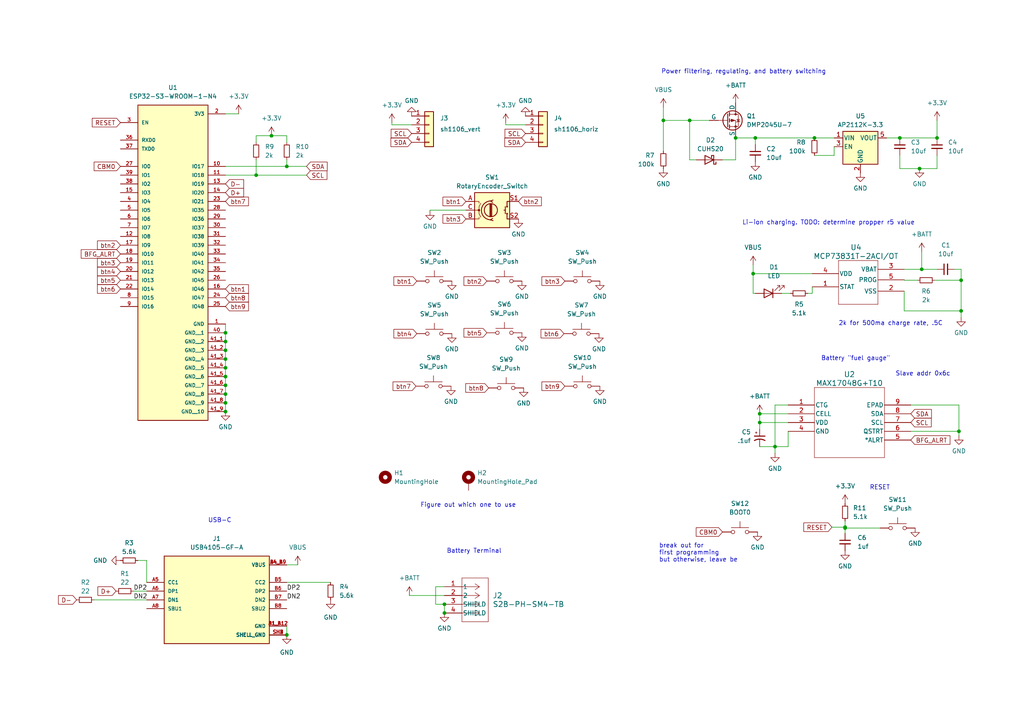
<source format=kicad_sch>
(kicad_sch (version 20230121) (generator eeschema)
  (paper "A4")
  (lib_symbols
    (symbol "Connector_Generic:Conn_01x04" (pin_names (offset 1.016) hide)
      (property "Reference" "J" (at 0 5.08 0))
      (property "Value" "Conn_01x04" (at 0 -7.62 0))
      (symbol "Conn_01x04_1_1"
        (rectangle (start -1.27 -4.953) (end 0 -5.207) (stroke (width 0.1524)))
        (rectangle (start -1.27 -2.413) (end 0 -2.667) (stroke (width 0.1524)))
        (rectangle (start -1.27 0.127) (end 0 -0.127) (stroke (width 0.1524)))
        (rectangle (start -1.27 2.667) (end 0 2.413) (stroke (width 0.1524)))
        (rectangle (start -1.27 3.81) (end 1.27 -6.35) (stroke (width 0.254)) (fill (type background)))
        (pin passive line (at -5.08 2.54 0) (length 3.81) (name "Pin_1") (number "1"))
        (pin passive line (at -5.08 0 0) (length 3.81) (name "Pin_2") (number "2"))
        (pin passive line (at -5.08 -2.54 0) (length 3.81) (name "Pin_3") (number "3"))
        (pin passive line (at -5.08 -5.08 0) (length 3.81) (name "Pin_4") (number "4"))
      )
    )
    (symbol "Device:C_Polarized_Small_US" (pin_numbers hide) (pin_names (offset 0.254) hide)
      (property "Reference" "C" (at 0.254 1.778 0))
      (property "Value" "C_Polarized_Small_US" (at 0.254 -2.032 0))
      (symbol "C_Polarized_Small_US_0_1"
        (polyline (pts (xy -1.524 0.508) (xy 1.524 0.508)) (stroke (width 0.3048)))
        (polyline (pts (xy -1.27 1.524) (xy -0.762 1.524)))
        (polyline (pts (xy -1.016 1.27) (xy -1.016 1.778)))
        (arc (start 1.524 -0.762) (mid 0 -0.3734) (end -1.524 -0.762) (stroke (width 0.3048)))
      )
      (symbol "C_Polarized_Small_US_1_1"
        (pin passive line (at 0 2.54 270) (length 2.032) (name "~") (number "1"))
        (pin passive line (at 0 -2.54 90) (length 2.032) (name "~") (number "2"))
      )
    )
    (symbol "Device:C_Small" (pin_numbers hide) (pin_names (offset 0.254) hide)
      (property "Reference" "C" (at 0.254 1.778 0))
      (property "Value" "C_Small" (at 0.254 -2.032 0))
      (symbol "C_Small_0_1"
        (polyline (pts (xy -1.524 -0.508) (xy 1.524 -0.508)) (stroke (width 0.3302)))
        (polyline (pts (xy -1.524 0.508) (xy 1.524 0.508)) (stroke (width 0.3048)))
      )
      (symbol "C_Small_1_1"
        (pin passive line (at 0 2.54 270) (length 2.032) (name "~") (number "1"))
        (pin passive line (at 0 -2.54 90) (length 2.032) (name "~") (number "2"))
      )
    )
    (symbol "Device:D_Schottky" (pin_numbers hide) (pin_names (offset 1.016) hide)
      (property "Reference" "D" (at 0 2.54 0))
      (property "Value" "D_Schottky" (at 0 -2.54 0))
      (symbol "D_Schottky_0_1"
        (polyline (pts (xy 1.27 0) (xy -1.27 0)))
        (polyline (pts (xy 1.27 1.27) (xy 1.27 -1.27) (xy -1.27 0) (xy 1.27 1.27)) (stroke (width 0.254)))
        (polyline (pts (xy -1.905 0.635) (xy -1.905 1.27) (xy -1.27 1.27) (xy -1.27 -1.27) (xy -0.635 -1.27) (xy -0.635 -0.635)) (stroke (width 0.254)))
      )
      (symbol "D_Schottky_1_1"
        (pin passive line (at -3.81 0 0) (length 2.54) (name "K") (number "1"))
        (pin passive line (at 3.81 0 180) (length 2.54) (name "A") (number "2"))
      )
    )
    (symbol "Device:LED" (pin_numbers hide) (pin_names (offset 1.016) hide)
      (property "Reference" "D" (at 0 2.54 0))
      (property "Value" "LED" (at 0 -2.54 0))
      (symbol "LED_0_1"
        (polyline (pts (xy -1.27 -1.27) (xy -1.27 1.27)) (stroke (width 0.254)))
        (polyline (pts (xy -1.27 0) (xy 1.27 0)))
        (polyline (pts (xy 1.27 -1.27) (xy 1.27 1.27) (xy -1.27 0) (xy 1.27 -1.27)) (stroke (width 0.254)))
        (polyline (pts (xy -3.048 -0.762) (xy -4.572 -2.286) (xy -3.81 -2.286) (xy -4.572 -2.286) (xy -4.572 -1.524)))
        (polyline (pts (xy -1.778 -0.762) (xy -3.302 -2.286) (xy -2.54 -2.286) (xy -3.302 -2.286) (xy -3.302 -1.524)))
      )
      (symbol "LED_1_1"
        (pin passive line (at -3.81 0 0) (length 2.54) (name "K") (number "1"))
        (pin passive line (at 3.81 0 180) (length 2.54) (name "A") (number "2"))
      )
    )
    (symbol "Device:R_Small" (pin_numbers hide) (pin_names (offset 0.254) hide)
      (property "Reference" "R" (at 0.762 0.508 0))
      (property "Value" "R_Small" (at 0.762 -1.016 0))
      (symbol "R_Small_0_1"
        (rectangle (start -0.762 1.778) (end 0.762 -1.778) (stroke (width 0.2032)))
      )
      (symbol "R_Small_1_1"
        (pin passive line (at 0 2.54 270) (length 0.762) (name "~") (number "1"))
        (pin passive line (at 0 -2.54 90) (length 0.762) (name "~") (number "2"))
      )
    )
    (symbol "Device:RotaryEncoder_Switch" (pin_names (offset 0.254) hide)
      (property "Reference" "SW" (at 0 6.604 0))
      (property "Value" "RotaryEncoder_Switch" (at 0 -6.604 0))
      (symbol "RotaryEncoder_Switch_0_1"
        (rectangle (start -5.08 5.08) (end 5.08 -5.08) (stroke (width 0.254)) (fill (type background)))
        (circle (center -3.81 0) (radius 0.254) (fill (type outline)))
        (circle (center -0.381 0) (radius 1.905) (stroke (width 0.254)))
        (arc (start -0.381 2.667) (mid -3.0988 -0.0635) (end -0.381 -2.794) (stroke (width 0.254)))
        (polyline (pts (xy -0.635 -1.778) (xy -0.635 1.778)) (stroke (width 0.254)))
        (polyline (pts (xy -0.381 -1.778) (xy -0.381 1.778)) (stroke (width 0.254)))
        (polyline (pts (xy -0.127 1.778) (xy -0.127 -1.778)) (stroke (width 0.254)))
        (polyline (pts (xy 3.81 0) (xy 3.429 0)) (stroke (width 0.254)))
        (polyline (pts (xy 3.81 1.016) (xy 3.81 -1.016)) (stroke (width 0.254)))
        (polyline (pts (xy -5.08 -2.54) (xy -3.81 -2.54) (xy -3.81 -2.032)))
        (polyline (pts (xy -5.08 2.54) (xy -3.81 2.54) (xy -3.81 2.032)))
        (polyline (pts (xy 0.254 -3.048) (xy -0.508 -2.794) (xy 0.127 -2.413)) (stroke (width 0.254)))
        (polyline (pts (xy 0.254 2.921) (xy -0.508 2.667) (xy 0.127 2.286)) (stroke (width 0.254)))
        (polyline (pts (xy 5.08 -2.54) (xy 4.318 -2.54) (xy 4.318 -1.016)) (stroke (width 0.254)))
        (polyline (pts (xy 5.08 2.54) (xy 4.318 2.54) (xy 4.318 1.016)) (stroke (width 0.254)))
        (polyline (pts (xy -5.08 0) (xy -3.81 0) (xy -3.81 -1.016) (xy -3.302 -2.032)))
        (polyline (pts (xy -4.318 0) (xy -3.81 0) (xy -3.81 1.016) (xy -3.302 2.032)))
        (circle (center 4.318 -1.016) (radius 0.127) (stroke (width 0.254)))
        (circle (center 4.318 1.016) (radius 0.127) (stroke (width 0.254)))
      )
      (symbol "RotaryEncoder_Switch_1_1"
        (pin passive line (at -7.62 2.54 0) (length 2.54) (name "A") (number "A"))
        (pin passive line (at -7.62 -2.54 0) (length 2.54) (name "B") (number "B"))
        (pin passive line (at -7.62 0 0) (length 2.54) (name "C") (number "C"))
        (pin passive line (at 7.62 2.54 180) (length 2.54) (name "S1") (number "S1"))
        (pin passive line (at 7.62 -2.54 180) (length 2.54) (name "S2") (number "S2"))
      )
    )
    (symbol "ESP32-S3-WROOM-1-N4:ESP32-S3-WROOM-1-N4" (pin_names (offset 1.016))
      (property "Reference" "U" (at -10.16 34.1122 0))
      (property "Value" "ESP32-S3-WROOM-1-N4" (at -10.16 -60.96 0))
      (symbol "ESP32-S3-WROOM-1-N4_0_0"
        (rectangle (start -10.16 -58.42) (end 10.16 33.02) (stroke (width 0.254)) (fill (type background)))
        (pin power_in line (at 15.24 -30.48 180) (length 5.08) (name "GND") (number "1"))
        (pin bidirectional line (at 15.24 15.24 180) (length 5.08) (name "IO17") (number "10"))
        (pin bidirectional line (at 15.24 12.7 180) (length 5.08) (name "IO18") (number "11"))
        (pin bidirectional line (at -15.24 -5.08 0) (length 5.08) (name "IO8") (number "12"))
        (pin bidirectional line (at 15.24 10.16 180) (length 5.08) (name "IO19") (number "13"))
        (pin bidirectional line (at 15.24 7.62 180) (length 5.08) (name "IO20") (number "14"))
        (pin bidirectional line (at -15.24 7.62 0) (length 5.08) (name "IO3") (number "15"))
        (pin bidirectional line (at 15.24 -20.32 180) (length 5.08) (name "IO46") (number "16"))
        (pin bidirectional line (at -15.24 -7.62 0) (length 5.08) (name "IO9") (number "17"))
        (pin bidirectional line (at -15.24 -10.16 0) (length 5.08) (name "IO10") (number "18"))
        (pin bidirectional line (at -15.24 -12.7 0) (length 5.08) (name "IO11") (number "19"))
        (pin power_in line (at 15.24 30.48 180) (length 5.08) (name "3V3") (number "2"))
        (pin bidirectional line (at -15.24 -15.24 0) (length 5.08) (name "IO12") (number "20"))
        (pin bidirectional line (at -15.24 -17.78 0) (length 5.08) (name "IO13") (number "21"))
        (pin bidirectional line (at -15.24 -20.32 0) (length 5.08) (name "IO14") (number "22"))
        (pin bidirectional line (at 15.24 5.08 180) (length 5.08) (name "IO21") (number "23"))
        (pin bidirectional line (at 15.24 -22.86 180) (length 5.08) (name "IO47") (number "24"))
        (pin bidirectional line (at 15.24 -25.4 180) (length 5.08) (name "IO48") (number "25"))
        (pin bidirectional line (at 15.24 -17.78 180) (length 5.08) (name "IO45") (number "26"))
        (pin bidirectional line (at -15.24 15.24 0) (length 5.08) (name "IO0") (number "27"))
        (pin bidirectional line (at 15.24 2.54 180) (length 5.08) (name "IO35") (number "28"))
        (pin bidirectional line (at 15.24 0 180) (length 5.08) (name "IO36") (number "29"))
        (pin input line (at -15.24 27.94 0) (length 5.08) (name "EN") (number "3"))
        (pin bidirectional line (at 15.24 -2.54 180) (length 5.08) (name "IO37") (number "30"))
        (pin bidirectional line (at 15.24 -5.08 180) (length 5.08) (name "IO38") (number "31"))
        (pin bidirectional line (at 15.24 -7.62 180) (length 5.08) (name "IO39") (number "32"))
        (pin bidirectional line (at 15.24 -10.16 180) (length 5.08) (name "IO40") (number "33"))
        (pin bidirectional line (at 15.24 -12.7 180) (length 5.08) (name "IO41") (number "34"))
        (pin bidirectional line (at 15.24 -15.24 180) (length 5.08) (name "IO42") (number "35"))
        (pin bidirectional line (at -15.24 22.86 0) (length 5.08) (name "RXD0") (number "36"))
        (pin bidirectional line (at -15.24 20.32 0) (length 5.08) (name "TXD0") (number "37"))
        (pin bidirectional line (at -15.24 10.16 0) (length 5.08) (name "IO2") (number "38"))
        (pin bidirectional line (at -15.24 12.7 0) (length 5.08) (name "IO1") (number "39"))
        (pin bidirectional line (at -15.24 5.08 0) (length 5.08) (name "IO4") (number "4"))
        (pin power_in line (at 15.24 -33.02 180) (length 5.08) (name "GND__1") (number "40"))
        (pin power_in line (at 15.24 -35.56 180) (length 5.08) (name "GND__2") (number "41_1"))
        (pin power_in line (at 15.24 -38.1 180) (length 5.08) (name "GND__3") (number "41_2"))
        (pin power_in line (at 15.24 -40.64 180) (length 5.08) (name "GND__4") (number "41_3"))
        (pin power_in line (at 15.24 -43.18 180) (length 5.08) (name "GND__5") (number "41_4"))
        (pin power_in line (at 15.24 -45.72 180) (length 5.08) (name "GND__6") (number "41_5"))
        (pin power_in line (at 15.24 -48.26 180) (length 5.08) (name "GND__7") (number "41_6"))
        (pin power_in line (at 15.24 -50.8 180) (length 5.08) (name "GND__8") (number "41_7"))
        (pin power_in line (at 15.24 -53.34 180) (length 5.08) (name "GND__9") (number "41_8"))
        (pin power_in line (at 15.24 -55.88 180) (length 5.08) (name "GND__10") (number "41_9"))
        (pin bidirectional line (at -15.24 2.54 0) (length 5.08) (name "IO5") (number "5"))
        (pin bidirectional line (at -15.24 0 0) (length 5.08) (name "IO6") (number "6"))
        (pin bidirectional line (at -15.24 -2.54 0) (length 5.08) (name "IO7") (number "7"))
        (pin bidirectional line (at -15.24 -22.86 0) (length 5.08) (name "IO15") (number "8"))
        (pin bidirectional line (at -15.24 -25.4 0) (length 5.08) (name "IO16") (number "9"))
      )
    )
    (symbol "JST-header:S2B-PH-SM4-TB" (pin_names (offset 0.254))
      (property "Reference" "J" (at 8.89 6.35 0))
      (property "Value" "S2B-PH-SM4-TB" (at 0 0 0))
      (symbol "S2B-PH-SM4-TB_1_1"
        (polyline (pts (xy 5.08 -10.16) (xy 12.7 -10.16)) (stroke (width 0.127)))
        (polyline (pts (xy 5.08 2.54) (xy 5.08 -10.16)) (stroke (width 0.127)))
        (polyline (pts (xy 10.16 -7.62) (xy 5.08 -7.62)) (stroke (width 0.127)))
        (polyline (pts (xy 10.16 -7.62) (xy 8.89 -8.4667)) (stroke (width 0.127)))
        (polyline (pts (xy 10.16 -7.62) (xy 8.89 -6.7733)) (stroke (width 0.127)))
        (polyline (pts (xy 10.16 -5.08) (xy 5.08 -5.08)) (stroke (width 0.127)))
        (polyline (pts (xy 10.16 -5.08) (xy 8.89 -5.9267)) (stroke (width 0.127)))
        (polyline (pts (xy 10.16 -5.08) (xy 8.89 -4.2333)) (stroke (width 0.127)))
        (polyline (pts (xy 10.16 -2.54) (xy 5.08 -2.54)) (stroke (width 0.127)))
        (polyline (pts (xy 10.16 -2.54) (xy 8.89 -3.3867)) (stroke (width 0.127)))
        (polyline (pts (xy 10.16 -2.54) (xy 8.89 -1.6933)) (stroke (width 0.127)))
        (polyline (pts (xy 10.16 0) (xy 5.08 0)) (stroke (width 0.127)))
        (polyline (pts (xy 10.16 0) (xy 8.89 -0.8467)) (stroke (width 0.127)))
        (polyline (pts (xy 10.16 0) (xy 8.89 0.8467)) (stroke (width 0.127)))
        (polyline (pts (xy 12.7 -10.16) (xy 12.7 2.54)) (stroke (width 0.127)))
        (polyline (pts (xy 12.7 2.54) (xy 5.08 2.54)) (stroke (width 0.127)))
        (pin unspecified line (at 0 0 0) (length 5.08) (name "1") (number "1"))
        (pin unspecified line (at 0 -2.54 0) (length 5.08) (name "2") (number "2"))
        (pin unspecified line (at 0 -5.08 0) (length 5.08) (name "SHIELD") (number "3"))
        (pin unspecified line (at 0 -7.62 0) (length 5.08) (name "SHIELD") (number "4"))
      )
      (symbol "S2B-PH-SM4-TB_1_2"
        (polyline (pts (xy 5.08 -10.16) (xy 12.7 -10.16)) (stroke (width 0.127)))
        (polyline (pts (xy 5.08 2.54) (xy 5.08 -10.16)) (stroke (width 0.127)))
        (polyline (pts (xy 7.62 -7.62) (xy 5.08 -7.62)) (stroke (width 0.127)))
        (polyline (pts (xy 7.62 -7.62) (xy 8.89 -8.4667)) (stroke (width 0.127)))
        (polyline (pts (xy 7.62 -7.62) (xy 8.89 -6.7733)) (stroke (width 0.127)))
        (polyline (pts (xy 7.62 -5.08) (xy 5.08 -5.08)) (stroke (width 0.127)))
        (polyline (pts (xy 7.62 -5.08) (xy 8.89 -5.9267)) (stroke (width 0.127)))
        (polyline (pts (xy 7.62 -5.08) (xy 8.89 -4.2333)) (stroke (width 0.127)))
        (polyline (pts (xy 7.62 -2.54) (xy 5.08 -2.54)) (stroke (width 0.127)))
        (polyline (pts (xy 7.62 -2.54) (xy 8.89 -3.3867)) (stroke (width 0.127)))
        (polyline (pts (xy 7.62 -2.54) (xy 8.89 -1.6933)) (stroke (width 0.127)))
        (polyline (pts (xy 7.62 0) (xy 5.08 0)) (stroke (width 0.127)))
        (polyline (pts (xy 7.62 0) (xy 8.89 -0.8467)) (stroke (width 0.127)))
        (polyline (pts (xy 7.62 0) (xy 8.89 0.8467)) (stroke (width 0.127)))
        (polyline (pts (xy 12.7 -10.16) (xy 12.7 2.54)) (stroke (width 0.127)))
        (polyline (pts (xy 12.7 2.54) (xy 5.08 2.54)) (stroke (width 0.127)))
        (pin unspecified line (at 0 0 0) (length 5.08) (name "1") (number "1"))
        (pin unspecified line (at 0 -2.54 0) (length 5.08) (name "2") (number "2"))
        (pin unspecified line (at 0 -5.08 0) (length 5.08) (name "SHIELD") (number "3"))
        (pin unspecified line (at 0 -7.62 0) (length 5.08) (name "SHIELD") (number "4"))
      )
    )
    (symbol "MCP7381:MCP73831T-2ACI_OT" (pin_names (offset 0.254))
      (property "Reference" "U4" (at 46.99 8.89 0))
      (property "Value" "MCP73831T-2ACI/OT" (at 46.99 6.35 0))
      (symbol "MCP73831T-2ACI_OT_1_1"
        (polyline (pts (xy 41.91 -7.62) (xy 53.34 -7.62)) (stroke (width 0.127)))
        (polyline (pts (xy 41.91 5.08) (xy 41.91 -7.62)) (stroke (width 0.127)))
        (polyline (pts (xy 53.34 -7.62) (xy 53.34 5.08)) (stroke (width 0.127)))
        (polyline (pts (xy 53.34 5.08) (xy 41.91 5.08)) (stroke (width 0.127)))
        (pin unspecified line (at 34.29 -2.54 0) (length 7.62) (name "STAT") (number "1"))
        (pin unspecified line (at 60.96 -3.81 180) (length 7.62) (name "VSS") (number "2"))
        (pin unspecified line (at 60.96 2.54 180) (length 7.62) (name "VBAT") (number "3"))
        (pin unspecified line (at 34.29 1.27 0) (length 7.62) (name "VDD") (number "4"))
        (pin unspecified line (at 60.96 -0.508 180) (length 7.62) (name "PROG") (number "5"))
      )
    )
    (symbol "Mechanical:MountingHole" (pin_names (offset 1.016))
      (property "Reference" "H" (at 0 5.08 0))
      (property "Value" "MountingHole" (at 0 3.175 0))
      (symbol "MountingHole_0_1"
        (circle (center 0 0) (radius 1.27) (stroke (width 1.27)))
      )
    )
    (symbol "Mechanical:MountingHole_Pad" (pin_numbers hide) (pin_names (offset 1.016) hide)
      (property "Reference" "H" (at 0 6.35 0))
      (property "Value" "MountingHole_Pad" (at 0 4.445 0))
      (symbol "MountingHole_Pad_0_1"
        (circle (center 0 1.27) (radius 1.27) (stroke (width 1.27)))
      )
      (symbol "MountingHole_Pad_1_1"
        (pin input line (at 0 -2.54 90) (length 2.54) (name "1") (number "1"))
      )
    )
    (symbol "Regulator_Linear:AP2112K-3.3" (pin_names (offset 0.254))
      (property "Reference" "U" (at -5.08 5.715 0))
      (property "Value" "AP2112K-3.3" (at 0 5.715 0))
      (symbol "AP2112K-3.3_0_1"
        (rectangle (start -5.08 4.445) (end 5.08 -5.08) (stroke (width 0.254)) (fill (type background)))
      )
      (symbol "AP2112K-3.3_1_1"
        (pin power_in line (at -7.62 2.54 0) (length 2.54) (name "VIN") (number "1"))
        (pin power_in line (at 0 -7.62 90) (length 2.54) (name "GND") (number "2"))
        (pin input line (at -7.62 0 0) (length 2.54) (name "EN") (number "3"))
        (pin no_connect line (at 5.08 0 180) (length 2.54) hide (name "NC") (number "4"))
        (pin power_out line (at 7.62 2.54 180) (length 2.54) (name "VOUT") (number "5"))
      )
    )
    (symbol "Simulation_SPICE:PMOS" (pin_numbers hide) (pin_names (offset 0))
      (property "Reference" "Q" (at 5.08 1.27 0))
      (property "Value" "PMOS" (at 5.08 -1.27 0))
      (symbol "PMOS_0_1"
        (polyline (pts (xy 0.254 0) (xy -2.54 0)))
        (polyline (pts (xy 0.254 1.905) (xy 0.254 -1.905)) (stroke (width 0.254)))
        (polyline (pts (xy 0.762 -1.27) (xy 0.762 -2.286)) (stroke (width 0.254)))
        (polyline (pts (xy 0.762 0.508) (xy 0.762 -0.508)) (stroke (width 0.254)))
        (polyline (pts (xy 0.762 2.286) (xy 0.762 1.27)) (stroke (width 0.254)))
        (polyline (pts (xy 2.54 2.54) (xy 2.54 1.778)))
        (polyline (pts (xy 2.54 -2.54) (xy 2.54 0) (xy 0.762 0)))
        (polyline (pts (xy 0.762 1.778) (xy 3.302 1.778) (xy 3.302 -1.778) (xy 0.762 -1.778)))
        (polyline (pts (xy 2.286 0) (xy 1.27 0.381) (xy 1.27 -0.381) (xy 2.286 0)) (fill (type outline)))
        (polyline (pts (xy 2.794 -0.508) (xy 2.921 -0.381) (xy 3.683 -0.381) (xy 3.81 -0.254)))
        (polyline (pts (xy 3.302 -0.381) (xy 2.921 0.254) (xy 3.683 0.254) (xy 3.302 -0.381)))
        (circle (center 1.651 0) (radius 2.794) (stroke (width 0.254)))
        (circle (center 2.54 -1.778) (radius 0.254) (fill (type outline)))
        (circle (center 2.54 1.778) (radius 0.254) (fill (type outline)))
      )
      (symbol "PMOS_1_1"
        (pin passive line (at 2.54 5.08 270) (length 2.54) (name "D") (number "1"))
        (pin input line (at -5.08 0 0) (length 2.54) (name "G") (number "2"))
        (pin passive line (at 2.54 -5.08 90) (length 2.54) (name "S") (number "3"))
      )
    )
    (symbol "Switch:SW_Push" (pin_numbers hide) (pin_names (offset 1.016) hide)
      (property "Reference" "SW" (at 1.27 2.54 0))
      (property "Value" "SW_Push" (at 0 -1.524 0))
      (symbol "SW_Push_0_1"
        (circle (center -2.032 0) (radius 0.508))
        (polyline (pts (xy 0 1.27) (xy 0 3.048)))
        (polyline (pts (xy 2.54 1.27) (xy -2.54 1.27)))
        (circle (center 2.032 0) (radius 0.508))
        (pin passive line (at -5.08 0 0) (length 2.54) (name "1") (number "1"))
        (pin passive line (at 5.08 0 180) (length 2.54) (name "2") (number "2"))
      )
    )
    (symbol "USB4105-GF-A:USB4105-GF-A" (pin_names (offset 1.016))
      (property "Reference" "J" (at -15.24 13.97 0))
      (property "Value" "USB4105-GF-A" (at -15.24 -15.24 0))
      (symbol "USB4105-GF-A_0_0"
        (rectangle (start -15.24 -12.7) (end 15.24 12.7) (stroke (width 0.254)) (fill (type background)))
        (pin power_in line (at 20.32 -7.62 180) (length 5.08) (name "GND") (number "A1_B12"))
        (pin power_in line (at 20.32 10.16 180) (length 5.08) (name "VBUS") (number "A4_B9"))
        (pin bidirectional line (at -20.32 5.08 0) (length 5.08) (name "CC1") (number "A5"))
        (pin bidirectional line (at -20.32 2.54 0) (length 5.08) (name "DP1") (number "A6"))
        (pin bidirectional line (at -20.32 0 0) (length 5.08) (name "DN1") (number "A7"))
        (pin bidirectional line (at -20.32 -2.54 0) (length 5.08) (name "SBU1") (number "A8"))
        (pin power_in line (at 20.32 -7.62 180) (length 5.08) (name "GND") (number "B1_A12"))
        (pin power_in line (at 20.32 10.16 180) (length 5.08) (name "VBUS") (number "B4_A9"))
        (pin bidirectional line (at 20.32 5.08 180) (length 5.08) (name "CC2") (number "B5"))
        (pin bidirectional line (at 20.32 2.54 180) (length 5.08) (name "DP2") (number "B6"))
        (pin bidirectional line (at 20.32 0 180) (length 5.08) (name "DN2") (number "B7"))
        (pin bidirectional line (at 20.32 -2.54 180) (length 5.08) (name "SBU2") (number "B8"))
        (pin power_in line (at 20.32 -10.16 180) (length 5.08) (name "SHELL_GND") (number "SH1"))
        (pin power_in line (at 20.32 -10.16 180) (length 5.08) (name "SHELL_GND") (number "SH2"))
        (pin power_in line (at 20.32 -10.16 180) (length 5.08) (name "SHELL_GND") (number "SH3"))
        (pin power_in line (at 20.32 -10.16 180) (length 5.08) (name "SHELL_GND") (number "SH4"))
      )
    )
    (symbol "max17048:MAX17048G+T10" (pin_names (offset 0.254))
      (property "Reference" "U2" (at 43.18 8.89 0))
      (property "Value" "MAX17048G+T10" (at 43.18 6.35 0))
      (symbol "MAX17048G+T10_1_1"
        (polyline (pts (xy 33.02 -15.24) (xy 53.34 -15.24)) (stroke (width 0.127)))
        (polyline (pts (xy 33.02 5.08) (xy 33.02 -15.24)) (stroke (width 0.127)))
        (polyline (pts (xy 53.34 -15.24) (xy 53.34 5.08)) (stroke (width 0.127)))
        (polyline (pts (xy 53.34 5.08) (xy 33.02 5.08)) (stroke (width 0.127)))
        (pin unspecified line (at 25.4 0 0) (length 7.62) (name "CTG") (number "1"))
        (pin unspecified line (at 25.4 -2.54 0) (length 7.62) (name "CELL") (number "2"))
        (pin power_in line (at 25.4 -5.08 0) (length 7.62) (name "VDD") (number "3"))
        (pin power_in line (at 25.4 -7.62 0) (length 7.62) (name "GND") (number "4"))
        (pin output line (at 60.96 -10.16 180) (length 7.62) (name "*ALRT") (number "5"))
        (pin input line (at 60.96 -7.62 180) (length 7.62) (name "QSTRT") (number "6"))
        (pin input line (at 60.96 -5.08 180) (length 7.62) (name "SCL") (number "7"))
        (pin bidirectional line (at 60.96 -2.54 180) (length 7.62) (name "SDA") (number "8"))
        (pin unspecified line (at 60.96 0 180) (length 7.62) (name "EPAD") (number "9"))
      )
    )
    (symbol "power:+3.3V" (power) (pin_names (offset 0))
      (property "Value" "+3.3V" (at 0 3.556 0))
      (symbol "+3.3V_0_1"
        (polyline (pts (xy -0.762 1.27) (xy 0 2.54)))
        (polyline (pts (xy 0 0) (xy 0 2.54)))
        (polyline (pts (xy 0 2.54) (xy 0.762 1.27)))
      )
      (symbol "+3.3V_1_1"
        (pin power_in line (at 0 0 90) (length 0) hide (name "+3.3V") (number "1"))
      )
    )
    (symbol "power:+BATT" (power) (pin_names (offset 0))
      (property "Value" "+BATT" (at 0 3.556 0))
      (symbol "+BATT_0_1"
        (polyline (pts (xy -0.762 1.27) (xy 0 2.54)))
        (polyline (pts (xy 0 0) (xy 0 2.54)))
        (polyline (pts (xy 0 2.54) (xy 0.762 1.27)))
      )
      (symbol "+BATT_1_1"
        (pin power_in line (at 0 0 90) (length 0) hide (name "+BATT") (number "1"))
      )
    )
    (symbol "power:GND" (power) (pin_names (offset 0))
      (property "Value" "GND" (at 0 -3.81 0))
      (symbol "GND_0_1"
        (polyline (pts (xy 0 0) (xy 0 -1.27) (xy 1.27 -1.27) (xy 0 -2.54) (xy -1.27 -1.27) (xy 0 -1.27)))
      )
      (symbol "GND_1_1"
        (pin power_in line (at 0 0 270) (length 0) hide (name "GND") (number "1"))
      )
    )
    (symbol "power:VBUS" (power) (pin_names (offset 0))
      (property "Value" "VBUS" (at 0 3.81 0))
      (symbol "VBUS_0_1"
        (polyline (pts (xy -0.762 1.27) (xy 0 2.54)))
        (polyline (pts (xy 0 0) (xy 0 2.54)))
        (polyline (pts (xy 0 2.54) (xy 0.762 1.27)))
      )
      (symbol "VBUS_1_1"
        (pin power_in line (at 0 0 90) (length 0) hide (name "VBUS") (number "1"))
      )
    )
  )
  (junction (at 245.11 152.908))
  (junction (at 65.405 101.6))
  (junction (at 74.295 50.8))
  (junction (at 65.405 96.52))
  (junction (at 65.405 119.38))
  (junction (at 220.345 122.555))
  (junction (at 224.79 129.54))
  (junction (at 219.075 40.005))
  (junction (at 78.74 39.37))
  (junction (at 218.44 79.375))
  (junction (at 271.78 40.005))
  (junction (at 83.185 48.26))
  (junction (at 65.405 109.22))
  (junction (at 192.405 34.925))
  (junction (at 278.765 81.28))
  (junction (at 65.405 99.06))
  (junction (at 65.405 111.76))
  (junction (at 128.905 175.26))
  (junction (at 65.405 114.3))
  (junction (at 65.405 106.68))
  (junction (at 83.185 184.15))
  (junction (at 128.905 177.8))
  (junction (at 65.405 104.14))
  (junction (at 260.985 40.005))
  (junction (at 213.36 40.005))
  (junction (at 267.335 78.105))
  (junction (at 220.345 120.015))
  (junction (at 278.13 125.095))
  (junction (at 65.405 116.84))
  (junction (at 236.22 40.005))
  (junction (at 266.7 48.895))
  (junction (at 278.765 90.17))
  (junction (at 200.025 34.925))
  (junction (at 245.11 153.162))
  (wire (pts (xy 219.075 40.005) (xy 236.22 40.005)))
  (wire (pts (xy 234.315 85.09) (xy 235.585 85.09)))
  (wire (pts (xy 228.6 117.475) (xy 224.79 117.475)))
  (wire (pts (xy 219.075 85.09) (xy 218.44 85.09)))
  (wire (pts (xy 245.11 152.908) (xy 241.3 152.908)))
  (wire (pts (xy 271.78 48.895) (xy 271.78 45.085)))
  (wire (pts (xy 65.405 33.02) (xy 69.215 33.02)))
  (wire (pts (xy 65.405 99.06) (xy 65.405 101.6)))
  (wire (pts (xy 128.905 170.18) (xy 126.365 170.18)))
  (wire (pts (xy 245.11 152.908) (xy 245.11 153.162)))
  (wire (pts (xy 83.185 48.26) (xy 65.405 48.26)))
  (wire (pts (xy 220.345 120.015) (xy 220.345 122.555)))
  (wire (pts (xy 74.295 41.275) (xy 74.295 39.37)))
  (wire (pts (xy 260.985 40.005) (xy 271.78 40.005)))
  (wire (pts (xy 74.295 46.355) (xy 74.295 50.8)))
  (wire (pts (xy 262.255 90.17) (xy 278.765 90.17)))
  (wire (pts (xy 65.405 109.22) (xy 65.405 111.76)))
  (wire (pts (xy 83.185 168.91) (xy 95.885 168.91)))
  (wire (pts (xy 152.4 36.195) (xy 146.685 36.195)))
  (wire (pts (xy 38.735 171.45) (xy 42.545 171.45)))
  (wire (pts (xy 266.7 48.895) (xy 271.78 48.895)))
  (wire (pts (xy 278.13 125.095) (xy 278.13 126.365)))
  (wire (pts (xy 113.665 36.195) (xy 113.665 35.56)))
  (wire (pts (xy 220.345 122.555) (xy 220.345 124.46)))
  (wire (pts (xy 65.405 106.68) (xy 65.405 109.22)))
  (wire (pts (xy 218.44 85.09) (xy 218.44 79.375)))
  (wire (pts (xy 126.365 175.26) (xy 128.905 175.26)))
  (wire (pts (xy 235.585 85.09) (xy 235.585 83.185)))
  (wire (pts (xy 83.185 181.61) (xy 83.185 184.15)))
  (wire (pts (xy 126.365 170.18) (xy 126.365 175.26)))
  (wire (pts (xy 267.335 78.105) (xy 271.78 78.105)))
  (wire (pts (xy 271.78 34.925) (xy 271.78 40.005)))
  (wire (pts (xy 262.255 81.28) (xy 266.065 81.28)))
  (wire (pts (xy 213.36 40.005) (xy 219.075 40.005)))
  (wire (pts (xy 135.128 60.96) (xy 124.714 60.96)))
  (wire (pts (xy 119.38 36.195) (xy 113.665 36.195)))
  (wire (pts (xy 278.13 117.475) (xy 278.13 125.095)))
  (wire (pts (xy 241.935 45.085) (xy 241.935 42.545)))
  (wire (pts (xy 88.9 50.8) (xy 74.295 50.8)))
  (wire (pts (xy 65.405 111.76) (xy 65.405 114.3)))
  (wire (pts (xy 88.9 48.26) (xy 83.185 48.26)))
  (wire (pts (xy 128.905 175.26) (xy 128.905 177.8)))
  (wire (pts (xy 146.685 36.195) (xy 146.685 35.56)))
  (wire (pts (xy 78.74 39.37) (xy 83.185 39.37)))
  (wire (pts (xy 65.405 101.6) (xy 65.405 104.14)))
  (wire (pts (xy 218.44 79.375) (xy 235.585 79.375)))
  (wire (pts (xy 262.255 84.455) (xy 262.255 90.17)))
  (wire (pts (xy 236.22 45.085) (xy 241.935 45.085)))
  (wire (pts (xy 42.545 162.56) (xy 40.005 162.56)))
  (wire (pts (xy 27.305 173.99) (xy 42.545 173.99)))
  (wire (pts (xy 200.025 34.925) (xy 205.74 34.925)))
  (wire (pts (xy 192.405 34.925) (xy 200.025 34.925)))
  (wire (pts (xy 228.6 120.015) (xy 220.345 120.015)))
  (wire (pts (xy 278.765 81.28) (xy 278.765 90.17)))
  (wire (pts (xy 74.295 39.37) (xy 78.74 39.37)))
  (wire (pts (xy 83.185 163.83) (xy 86.36 163.83)))
  (wire (pts (xy 83.185 46.355) (xy 83.185 48.26)))
  (wire (pts (xy 200.025 46.355) (xy 201.93 46.355)))
  (wire (pts (xy 219.075 40.005) (xy 219.075 41.91)))
  (wire (pts (xy 228.6 125.095) (xy 228.6 129.54)))
  (wire (pts (xy 260.985 48.895) (xy 266.7 48.895)))
  (wire (pts (xy 267.335 73.025) (xy 267.335 78.105)))
  (wire (pts (xy 65.405 93.98) (xy 65.405 96.52)))
  (wire (pts (xy 200.025 34.925) (xy 200.025 46.355)))
  (wire (pts (xy 118.745 172.72) (xy 128.905 172.72)))
  (wire (pts (xy 278.765 78.105) (xy 278.765 81.28)))
  (wire (pts (xy 65.405 116.84) (xy 65.405 119.38)))
  (wire (pts (xy 192.405 31.115) (xy 192.405 34.925)))
  (wire (pts (xy 65.405 104.14) (xy 65.405 106.68)))
  (wire (pts (xy 255.27 153.162) (xy 245.11 153.162)))
  (wire (pts (xy 213.36 46.355) (xy 213.36 40.005)))
  (wire (pts (xy 224.79 129.54) (xy 228.6 129.54)))
  (wire (pts (xy 220.345 129.54) (xy 224.79 129.54)))
  (wire (pts (xy 65.405 114.3) (xy 65.405 116.84)))
  (wire (pts (xy 264.16 117.475) (xy 278.13 117.475)))
  (wire (pts (xy 257.175 40.005) (xy 260.985 40.005)))
  (wire (pts (xy 65.405 96.52) (xy 65.405 99.06)))
  (wire (pts (xy 74.295 50.8) (xy 65.405 50.8)))
  (wire (pts (xy 236.22 40.005) (xy 241.935 40.005)))
  (wire (pts (xy 224.79 117.475) (xy 224.79 129.54)))
  (wire (pts (xy 218.44 76.835) (xy 218.44 79.375)))
  (wire (pts (xy 276.86 78.105) (xy 278.765 78.105)))
  (wire (pts (xy 226.695 85.09) (xy 229.235 85.09)))
  (wire (pts (xy 224.79 129.54) (xy 224.79 131.445)))
  (wire (pts (xy 209.55 46.355) (xy 213.36 46.355)))
  (wire (pts (xy 192.405 34.925) (xy 192.405 43.815)))
  (wire (pts (xy 278.765 90.17) (xy 278.765 92.075)))
  (wire (pts (xy 264.16 125.095) (xy 278.13 125.095)))
  (wire (pts (xy 262.255 78.105) (xy 267.335 78.105)))
  (wire (pts (xy 124.714 60.96) (xy 124.714 61.214)))
  (wire (pts (xy 228.6 122.555) (xy 220.345 122.555)))
  (wire (pts (xy 245.11 151.13) (xy 245.11 152.908)))
  (wire (pts (xy 42.545 168.91) (xy 42.545 162.56)))
  (wire (pts (xy 83.185 39.37) (xy 83.185 41.275)))
  (wire (pts (xy 245.11 153.162) (xy 245.11 154.686)))
  (wire (pts (xy 271.145 81.28) (xy 278.765 81.28)))
  (wire (pts (xy 260.985 45.085) (xy 260.985 48.895)))
  (text "Power filtering, regulating, and battery switching" (at 191.77 21.59 0) (effects (font (size 1.27 1.27)) (justify left bottom)))
  (text "RESET" (at 252.222 142.24 0) (effects (font (size 1.27 1.27)) (justify left bottom)))
  (text "Slave addr 0x6c" (at 259.715 109.22 0) (effects (font (size 1.27 1.27)) (justify left bottom)))
  (text "Battery \"fuel gauge\"" (at 238.125 104.775 0) (effects (font (size 1.27 1.27)) (justify left bottom)))
  (text "Figure out which one to use\n" (at 121.92 147.32 0) (effects (font (size 1.27 1.27)) (justify left bottom)))
  (text "Li-ion charging. TODO: determine propper r5 value" (at 215.265 65.405 0) (effects (font (size 1.27 1.27)) (justify left bottom)))
  (text "break out for\nfirst programming \nbut otherwise, leave be" (at 191.135 163.195 0) (effects (font (size 1.27 1.27)) (justify left bottom)))
  (text "2k for 500ma charge rate, .5C" (at 243.205 94.615 0) (effects (font (size 1.27 1.27)) (justify left bottom)))
  (text "USB-C" (at 60.325 151.765 0) (effects (font (size 1.27 1.27)) (justify left bottom)))
  (text "Battery Terminal" (at 129.54 160.655 0) (effects (font (size 1.27 1.27)) (justify left bottom)))
  (label "DP2" (at 83.185 171.45 0))
  (label "DN2" (at 38.735 173.99 0))
  (label "DP2" (at 38.735 171.45 0))
  (label "DN2" (at 83.185 173.99 0))
  (global_label "btn6" (shape input) (at 163.576 96.774 180) (property "Intersheetrefs" "${INTERSHEET_REFS}" (effects hide)))
  (global_label "btn7" (shape input) (at 120.65 112.014 180) (property "Intersheetrefs" "${INTERSHEET_REFS}" (effects hide)))
  (global_label "btn9" (shape input) (at 163.83 112.014 180) (property "Intersheetrefs" "${INTERSHEET_REFS}" (effects hide)))
  (global_label "SCL" (shape input) (at 264.16 122.555 0) (property "Intersheetrefs" "${INTERSHEET_REFS}" (effects hide)))
  (global_label "btn4" (shape input) (at 120.904 96.774 180) (property "Intersheetrefs" "${INTERSHEET_REFS}" (effects hide)))
  (global_label "btn1" (shape input) (at 65.405 83.82 0) (property "Intersheetrefs" "${INTERSHEET_REFS}" (effects hide)))
  (global_label "SDA" (shape input) (at 152.4 41.275 180) (property "Intersheetrefs" "${INTERSHEET_REFS}" (effects hide)))
  (global_label "D+" (shape input) (at 65.405 55.88 0) (property "Intersheetrefs" "${INTERSHEET_REFS}" (effects hide)))
  (global_label "SDA" (shape input) (at 264.16 120.015 0) (property "Intersheetrefs" "${INTERSHEET_REFS}" (effects hide)))
  (global_label "btn4" (shape input) (at 34.925 78.74 180) (property "Intersheetrefs" "${INTERSHEET_REFS}" (effects hide)))
  (global_label "RESET" (shape input) (at 34.925 35.56 180) (property "Intersheetrefs" "${INTERSHEET_REFS}" (effects hide)))
  (global_label "SCL" (shape input) (at 152.4 38.735 180) (property "Intersheetrefs" "${INTERSHEET_REFS}" (effects hide)))
  (global_label "btn2" (shape input) (at 34.925 71.12 180) (property "Intersheetrefs" "${INTERSHEET_REFS}" (effects hide)))
  (global_label "btn3" (shape input) (at 34.925 76.2 180) (property "Intersheetrefs" "${INTERSHEET_REFS}" (effects hide)))
  (global_label "D-" (shape input) (at 22.225 173.99 180) (property "Intersheetrefs" "${INTERSHEET_REFS}" (effects hide)))
  (global_label "D+" (shape input) (at 33.655 171.45 180) (property "Intersheetrefs" "${INTERSHEET_REFS}" (effects hide)))
  (global_label "btn6" (shape input) (at 34.925 83.82 180) (property "Intersheetrefs" "${INTERSHEET_REFS}" (effects hide)))
  (global_label "SDA" (shape input) (at 88.9 48.26 0) (property "Intersheetrefs" "${INTERSHEET_REFS}" (effects hide)))
  (global_label "btn2" (shape input) (at 150.368 58.42 0) (property "Intersheetrefs" "${INTERSHEET_REFS}" (effects hide)))
  (global_label "CBM0" (shape input) (at 34.925 48.26 180) (property "Intersheetrefs" "${INTERSHEET_REFS}" (effects hide)))
  (global_label "SCL" (shape input) (at 88.9 50.8 0) (property "Intersheetrefs" "${INTERSHEET_REFS}" (effects hide)))
  (global_label "D-" (shape input) (at 65.405 53.34 0) (property "Intersheetrefs" "${INTERSHEET_REFS}" (effects hide)))
  (global_label "SDA" (shape input) (at 119.38 41.275 180) (property "Intersheetrefs" "${INTERSHEET_REFS}" (effects hide)))
  (global_label "RESET" (shape input) (at 241.3 152.908 180) (property "Intersheetrefs" "${INTERSHEET_REFS}" (effects hide)))
  (global_label "btn2" (shape input) (at 141.224 81.534 180) (property "Intersheetrefs" "${INTERSHEET_REFS}" (effects hide)))
  (global_label "btn1" (shape input) (at 135.128 58.42 180) (property "Intersheetrefs" "${INTERSHEET_REFS}" (effects hide)))
  (global_label "BFG_ALRT" (shape input) (at 264.16 127.635 0) (property "Intersheetrefs" "${INTERSHEET_REFS}" (effects hide)))
  (global_label "btn5" (shape input) (at 34.925 81.28 180) (property "Intersheetrefs" "${INTERSHEET_REFS}" (effects hide)))
  (global_label "btn5" (shape input) (at 141.224 96.52 180) (property "Intersheetrefs" "${INTERSHEET_REFS}" (effects hide)))
  (global_label "btn3" (shape input) (at 163.83 81.534 180) (property "Intersheetrefs" "${INTERSHEET_REFS}" (effects hide)))
  (global_label "btn8" (shape input) (at 65.405 86.36 0) (property "Intersheetrefs" "${INTERSHEET_REFS}" (effects hide)))
  (global_label "btn8" (shape input) (at 141.732 112.522 180) (property "Intersheetrefs" "${INTERSHEET_REFS}" (effects hide)))
  (global_label "CBM0" (shape input) (at 209.55 154.305 180) (property "Intersheetrefs" "${INTERSHEET_REFS}" (effects hide)))
  (global_label "SCL" (shape input) (at 119.38 38.735 180) (property "Intersheetrefs" "${INTERSHEET_REFS}" (effects hide)))
  (global_label "btn9" (shape input) (at 65.405 88.9 0) (property "Intersheetrefs" "${INTERSHEET_REFS}" (effects hide)))
  (global_label "btn1" (shape input) (at 120.904 81.534 180) (property "Intersheetrefs" "${INTERSHEET_REFS}" (effects hide)))
  (global_label "BFG_ALRT" (shape input) (at 34.925 73.66 180) (property "Intersheetrefs" "${INTERSHEET_REFS}" (effects hide)))
  (global_label "btn7" (shape input) (at 65.405 58.42 0) (property "Intersheetrefs" "${INTERSHEET_REFS}" (effects hide)))
  (global_label "btn3" (shape input) (at 135.128 63.5 180) (property "Intersheetrefs" "${INTERSHEET_REFS}" (effects hide)))
  (symbol (lib_id "power:GND") (at 128.905 177.8 0) (unit 1)
    (property "Reference" "#PWR022" (effects hide))
    (property "Value" "GND" (at 128.905 182.245 0))
  )
  (symbol (lib_id "power:VBUS") (at 86.36 163.83 0) (unit 1)
    (property "Reference" "#PWR06" (effects hide))
    (property "Value" "VBUS" (at 86.36 158.75 0))
  )
  (symbol (lib_id "power:GND") (at 152.4 33.655 180) (unit 1)
    (property "Reference" "#PWR026" (effects hide))
    (property "Value" "GND" (at 152.4 29.21 0))
  )
  (symbol (lib_id "JST-header:S2B-PH-SM4-TB") (at 128.905 170.18 0) (unit 1)
    (property "Reference" "J2" (at 142.875 172.72 0) (effects (font (size 1.524 1.524)) (justify left)))
    (property "Value" "S2B-PH-SM4-TB" (at 142.875 175.26 0) (effects (font (size 1.524 1.524)) (justify left)))
    (property "Footprint" "S2B_PH:CONN_S2B-PH-SM4-TB_JST" (effects hide))
    (property "Datasheet" "S2B-PH-SM4-TB" (effects hide))
  )
  (symbol (lib_id "Switch:SW_Push") (at 146.812 112.522 0) (unit 1)
    (property "Reference" "SW9" (at 146.812 104.267 0))
    (property "Value" "SW_Push" (at 146.812 106.807 0))
    (property "Footprint" "Button_Switch_SMD:SW_SPST_PTS645" (effects hide))
    (property "mpn" "CKN10880CT-ND" (effects hide))
  )
  (symbol (lib_id "Switch:SW_Push") (at 125.73 112.014 0) (unit 1)
    (property "Reference" "SW8" (at 125.73 103.759 0))
    (property "Value" "SW_Push" (at 125.73 106.299 0))
    (property "Footprint" "Button_Switch_SMD:SW_SPST_PTS645" (effects hide))
    (property "mpn" "CKN10880CT-ND" (effects hide))
  )
  (symbol (lib_id "Device:R_Small") (at 268.605 81.28 90) (unit 1)
    (property "Reference" "R6" (at 268.605 84.455 90))
    (property "Value" "2k" (at 268.605 86.995 90))
    (property "Footprint" "Resistor_SMD:R_0603_1608Metric" (effects hide))
  )
  (symbol (lib_id "Device:R_Small") (at 74.295 43.815 0) (unit 1)
    (property "Reference" "R9" (at 76.835 42.545 0) (effects (justify left)))
    (property "Value" "2k" (at 76.835 45.085 0) (effects (justify left)))
    (property "Footprint" "Resistor_SMD:R_0603_1608Metric" (effects hide))
  )
  (symbol (lib_id "Mechanical:MountingHole_Pad") (at 135.89 139.7 0) (unit 1)
    (property "Reference" "H2" (at 138.43 137.16 0) (effects (justify left)))
    (property "Value" "MountingHole_Pad" (at 138.43 139.7 0) (effects (justify left)))
  )
  (symbol (lib_id "power:GND") (at 95.885 173.99 0) (unit 1)
    (property "Reference" "#PWR02" (effects hide))
    (property "Value" "GND" (at 95.885 179.07 0))
  )
  (symbol (lib_id "power:+3.3V") (at 69.215 33.02 0) (unit 1)
    (property "Reference" "#PWR05" (effects hide))
    (property "Value" "+3.3V" (at 69.215 27.94 0))
  )
  (symbol (lib_id "Switch:SW_Push") (at 214.63 154.305 0) (unit 1)
    (property "Reference" "SW12" (at 214.63 146.05 0))
    (property "Value" "BOOT0" (at 214.63 148.59 0))
    (property "Footprint" "Jumper:SolderJumper-2_P1.3mm_Open_RoundedPad1.0x1.5mm" (effects hide))
  )
  (symbol (lib_id "power:GND") (at 173.736 96.774 0) (unit 1)
    (property "Reference" "#PWR030" (effects hide))
    (property "Value" "GND" (at 173.736 101.219 0))
  )
  (symbol (lib_id "Mechanical:MountingHole") (at 111.76 138.43 0) (unit 1)
    (property "Reference" "H1" (at 114.3 137.16 0) (effects (justify left)))
    (property "Value" "MountingHole" (at 114.3 139.7 0) (effects (justify left)))
  )
  (symbol (lib_id "Regulator_Linear:AP2112K-3.3") (at 249.555 42.545 0) (unit 1)
    (property "Reference" "U5" (at 249.555 33.655 0))
    (property "Value" "AP2112K-3.3" (at 249.555 36.195 0))
    (property "Footprint" "Package_TO_SOT_SMD:SOT-23-5" (effects hide))
    (property "Datasheet" "https://www.diodes.com/assets/Datasheets/AP2112.pdf" (effects hide))
  )
  (symbol (lib_id "Device:C_Small") (at 260.985 42.545 0) (unit 1)
    (property "Reference" "C3" (at 264.16 41.2813 0) (effects (justify left)))
    (property "Value" "10uf" (at 264.16 43.8213 0) (effects (justify left)))
    (property "Footprint" "Capacitor_SMD:C_0603_1608Metric" (effects hide))
  )
  (symbol (lib_id "Device:C_Small") (at 271.78 42.545 0) (unit 1)
    (property "Reference" "C4" (at 274.955 41.2813 0) (effects (justify left)))
    (property "Value" "10uf" (at 274.955 43.8213 0) (effects (justify left)))
    (property "Footprint" "Capacitor_SMD:C_0603_1608Metric" (effects hide))
  )
  (symbol (lib_id "power:GND") (at 151.892 112.522 0) (unit 1)
    (property "Reference" "#PWR034" (effects hide))
    (property "Value" "GND" (at 151.892 116.967 0))
  )
  (symbol (lib_id "power:GND") (at 278.13 126.365 0) (unit 1)
    (property "Reference" "#PWR019" (effects hide))
    (property "Value" "GND" (at 278.13 130.81 0))
  )
  (symbol (lib_id "power:GND") (at 266.7 48.895 0) (unit 1)
    (property "Reference" "#PWR017" (effects hide))
    (property "Value" "GND" (at 266.7 53.34 0))
  )
  (symbol (lib_id "Switch:SW_Push") (at 125.984 96.774 0) (unit 1)
    (property "Reference" "SW5" (at 125.984 88.519 0))
    (property "Value" "SW_Push" (at 125.984 91.059 0))
    (property "Footprint" "Button_Switch_SMD:SW_SPST_PTS645" (effects hide))
    (property "mpn" "CKN10880CT-ND" (effects hide))
  )
  (symbol (lib_id "power:GND") (at 34.925 162.56 270) (unit 1)
    (property "Reference" "#PWR01" (effects hide))
    (property "Value" "GND" (at 31.115 162.56 90) (effects (justify right)))
  )
  (symbol (lib_id "Device:C_Polarized_Small_US") (at 220.345 127 0) (unit 1)
    (property "Reference" "C5" (at 217.805 125.2982 0) (effects (justify right)))
    (property "Value" ".1uf" (at 217.805 127.8382 0) (effects (justify right)))
    (property "Footprint" "Capacitor_SMD:C_0603_1608Metric" (effects hide))
  )
  (symbol (lib_id "power:GND") (at 124.714 61.214 0) (unit 1)
    (property "Reference" "#PWR037" (effects hide))
    (property "Value" "GND" (at 124.714 65.659 0))
  )
  (symbol (lib_id "power:+BATT") (at 220.345 120.015 0) (unit 1)
    (property "Reference" "#PWR018" (effects hide))
    (property "Value" "+BATT" (at 220.345 114.935 0))
  )
  (symbol (lib_id "Connector_Generic:Conn_01x04") (at 157.48 36.195 0) (unit 1)
    (property "Reference" "J4" (at 160.655 34.29 0) (effects (justify left)))
    (property "Value" "sh1106_horiz" (at 160.655 37.465 0) (effects (justify left)))
    (property "Footprint" "Connector_PinHeader_2.54mm:PinHeader_1x04_P2.54mm_Vertical" (effects hide))
  )
  (symbol (lib_id "power:+3.3V") (at 78.74 39.37 0) (unit 1)
    (property "Reference" "#PWR020" (effects hide))
    (property "Value" "+3.3V" (at 78.74 34.29 0))
  )
  (symbol (lib_id "power:GND") (at 83.185 184.15 0) (unit 1)
    (property "Reference" "#PWR03" (effects hide))
    (property "Value" "GND" (at 83.185 189.23 0))
  )
  (symbol (lib_id "power:+3.3V") (at 245.11 146.05 0) (unit 1)
    (property "Reference" "#PWR038" (effects hide))
    (property "Value" "+3.3V" (at 245.11 140.97 0))
  )
  (symbol (lib_id "power:+3.3V") (at 113.665 35.56 0) (unit 1)
    (property "Reference" "#PWR023" (effects hide))
    (property "Value" "+3.3V" (at 113.665 30.48 0))
  )
  (symbol (lib_id "Device:D_Schottky") (at 205.74 46.355 180) (unit 1)
    (property "Reference" "D2" (at 206.0575 40.64 0))
    (property "Value" "CUHS20" (at 206.0575 43.18 0))
    (property "Footprint" "cuh:US2H_TOS" (effects hide))
  )
  (symbol (lib_id "power:VBUS") (at 218.44 76.835 0) (unit 1)
    (property "Reference" "#PWR07" (effects hide))
    (property "Value" "VBUS" (at 218.44 71.755 0))
  )
  (symbol (lib_id "Switch:SW_Push") (at 168.656 96.774 0) (unit 1)
    (property "Reference" "SW7" (at 168.656 88.519 0))
    (property "Value" "SW_Push" (at 168.656 91.059 0))
    (property "Footprint" "Button_Switch_SMD:SW_SPST_PTS645" (effects hide))
    (property "mpn" "CKN10880CT-ND" (effects hide))
  )
  (symbol (lib_id "Device:LED") (at 222.885 85.09 180) (unit 1)
    (property "Reference" "D1" (at 224.4725 77.47 0))
    (property "Value" "LED" (at 224.4725 80.01 0))
    (property "Footprint" "LED_SMD:LED_0603_1608Metric" (effects hide))
  )
  (symbol (lib_id "Device:R_Small") (at 83.185 43.815 0) (unit 1)
    (property "Reference" "R10" (at 85.725 42.545 0) (effects (justify left)))
    (property "Value" "2k" (at 85.725 45.085 0) (effects (justify left)))
    (property "Footprint" "Resistor_SMD:R_0603_1608Metric" (effects hide))
  )
  (symbol (lib_id "power:GND") (at 265.43 153.162 0) (unit 1)
    (property "Reference" "#PWR039" (effects hide))
    (property "Value" "GND" (at 265.43 157.607 0))
  )
  (symbol (lib_id "Device:R_Small") (at 24.765 173.99 90) (unit 1)
    (property "Reference" "R2" (at 24.765 168.91 90))
    (property "Value" "22" (at 24.765 171.45 90))
    (property "Footprint" "Resistor_SMD:R_0603_1608Metric" (effects hide))
    (property "mpn" "CR0603-FX-22R0ELF" (effects hide))
    (property "Mfg Part #" "CR0603-FX-22R0ELF" (effects hide))
  )
  (symbol (lib_id "Device:C_Small") (at 274.32 78.105 90) (unit 1)
    (property "Reference" "C1" (at 274.3263 71.12 90))
    (property "Value" "10uf" (at 274.3263 73.66 90))
    (property "Footprint" "Capacitor_SMD:C_0603_1608Metric" (effects hide))
  )
  (symbol (lib_id "Connector_Generic:Conn_01x04") (at 124.46 36.195 0) (unit 1)
    (property "Reference" "J3" (at 127.635 34.29 0) (effects (justify left)))
    (property "Value" "sh1106_vert" (at 127.635 37.465 0) (effects (justify left)))
    (property "Footprint" "Connector_PinHeader_2.54mm:PinHeader_1x04_P2.54mm_Vertical" (effects hide))
  )
  (symbol (lib_id "Device:R_Small") (at 192.405 46.355 0) (unit 1)
    (property "Reference" "R7" (at 189.865 45.085 0) (effects (justify right)))
    (property "Value" "100k" (at 189.865 47.625 0) (effects (justify right)))
    (property "Footprint" "Resistor_SMD:R_0603_1608Metric" (effects hide))
  )
  (symbol (lib_id "power:GND") (at 131.064 96.774 0) (unit 1)
    (property "Reference" "#PWR032" (effects hide))
    (property "Value" "GND" (at 131.064 101.219 0))
  )
  (symbol (lib_id "power:GND") (at 224.79 131.445 0) (unit 1)
    (property "Reference" "#PWR014" (effects hide))
    (property "Value" "GND" (at 224.79 135.89 0))
  )
  (symbol (lib_id "power:GND") (at 245.11 159.766 0) (unit 1)
    (property "Reference" "#PWR040" (effects hide))
    (property "Value" "GND" (at 245.11 164.211 0))
  )
  (symbol (lib_id "power:GND") (at 65.405 119.38 0) (unit 1)
    (property "Reference" "#PWR04" (effects hide))
    (property "Value" "GND" (at 65.405 123.825 0))
  )
  (symbol (lib_id "power:GND") (at 192.405 48.895 0) (unit 1)
    (property "Reference" "#PWR012" (effects hide))
    (property "Value" "GND" (at 192.405 53.34 0))
  )
  (symbol (lib_id "power:+3.3V") (at 146.685 35.56 0) (unit 1)
    (property "Reference" "#PWR025" (effects hide))
    (property "Value" "+3.3V" (at 146.685 30.48 0))
  )
  (symbol (lib_id "power:GND") (at 130.81 112.014 0) (unit 1)
    (property "Reference" "#PWR033" (effects hide))
    (property "Value" "GND" (at 130.81 116.459 0))
  )
  (symbol (lib_id "Device:C_Small") (at 245.11 157.226 0) (unit 1)
    (property "Reference" "C6" (at 248.666 155.9623 0) (effects (justify left)))
    (property "Value" "1uf" (at 248.666 158.5023 0) (effects (justify left)))
    (property "Footprint" "Capacitor_SMD:C_0603_1608Metric" (effects hide))
  )
  (symbol (lib_id "power:GND") (at 173.99 81.534 0) (unit 1)
    (property "Reference" "#PWR029" (effects hide))
    (property "Value" "GND" (at 173.99 85.979 0))
  )
  (symbol (lib_id "Device:R_Small") (at 95.885 171.45 180) (unit 1)
    (property "Reference" "R4" (at 98.425 170.18 0) (effects (justify right)))
    (property "Value" "5.6k" (at 98.425 172.72 0) (effects (justify right)))
    (property "Footprint" "Resistor_SMD:R_0603_1608Metric" (effects hide))
  )
  (symbol (lib_id "Device:RotaryEncoder_Switch") (at 142.748 60.96 0) (unit 1)
    (property "Reference" "SW1" (at 142.748 51.435 0))
    (property "Value" "RotaryEncoder_Switch" (at 142.748 53.975 0))
    (property "Footprint" "Rotary_Encoder:RotaryEncoder_Alps_EC11E-Switch_Vertical_H20mm" (effects hide))
  )
  (symbol (lib_id "Device:R_Small") (at 231.775 85.09 90) (unit 1)
    (property "Reference" "R5" (at 231.775 88.265 90))
    (property "Value" "5.1k" (at 231.775 90.805 90))
    (property "Footprint" "Resistor_SMD:R_0603_1608Metric" (effects hide))
  )
  (symbol (lib_id "Device:R_Small") (at 36.195 171.45 90) (unit 1)
    (property "Reference" "R1" (at 36.195 166.37 90))
    (property "Value" "22" (at 36.195 168.91 90))
    (property "Footprint" "Resistor_SMD:R_0603_1608Metric" (effects hide))
    (property "mpn" "CR0603-FX-22R0ELF" (effects hide))
    (property "Mfg Part #" "CR0603-FX-22R0ELF" (effects hide))
  )
  (symbol (lib_id "Device:R_Small") (at 236.22 42.545 0) (unit 1)
    (property "Reference" "R8" (at 233.68 41.275 0) (effects (justify right)))
    (property "Value" "100k" (at 233.68 43.815 0) (effects (justify right)))
    (property "Footprint" "Resistor_SMD:R_0603_1608Metric" (effects hide))
  )
  (symbol (lib_id "power:GND") (at 219.71 154.305 0) (unit 1)
    (property "Reference" "#PWR041" (effects hide))
    (property "Value" "GND" (at 219.71 158.75 0))
  )
  (symbol (lib_id "MCP7381:MCP73831T-2ACI_OT") (at 201.295 80.645 0) (unit 1)
    (property "Reference" "U4" (at 248.285 71.755 0) (effects (font (size 1.524 1.524))))
    (property "Value" "MCP73831T-2ACI/OT" (at 248.285 74.295 0) (effects (font (size 1.524 1.524))))
    (property "Footprint" "MCP7381:SOT-23-5_MC_MCH" (effects hide))
    (property "Datasheet" "MCP73831T-2ACI/OT" (effects hide))
  )
  (symbol (lib_id "power:GND") (at 131.064 81.534 0) (unit 1)
    (property "Reference" "#PWR027" (effects hide))
    (property "Value" "GND" (at 131.064 85.979 0))
  )
  (symbol (lib_id "power:+BATT") (at 118.745 172.72 0) (unit 1)
    (property "Reference" "#PWR021" (effects hide))
    (property "Value" "+BATT" (at 118.745 167.64 0))
  )
  (symbol (lib_id "power:+BATT") (at 213.36 29.845 0) (unit 1)
    (property "Reference" "#PWR010" (effects hide))
    (property "Value" "+BATT" (at 213.36 24.765 0))
  )
  (symbol (lib_id "power:GND") (at 219.075 46.99 0) (unit 1)
    (property "Reference" "#PWR015" (effects hide))
    (property "Value" "GND" (at 219.075 51.435 0))
  )
  (symbol (lib_id "Switch:SW_Push") (at 146.304 96.52 0) (unit 1)
    (property "Reference" "SW6" (at 146.304 88.265 0))
    (property "Value" "SW_Push" (at 146.304 90.805 0))
    (property "Footprint" "Button_Switch_SMD:SW_SPST_PTS645" (effects hide))
    (property "mpn" "CKN10880CT-ND" (effects hide))
  )
  (symbol (lib_id "Device:R_Small") (at 245.11 148.59 180) (unit 1)
    (property "Reference" "R11" (at 247.396 147.32 0) (effects (justify right)))
    (property "Value" "5.1k" (at 247.396 149.86 0) (effects (justify right)))
    (property "Footprint" "Resistor_SMD:R_0603_1608Metric" (effects hide))
  )
  (symbol (lib_id "power:GND") (at 150.368 63.5 0) (unit 1)
    (property "Reference" "#PWR036" (effects hide))
    (property "Value" "GND" (at 150.368 67.945 0))
  )
  (symbol (lib_id "power:GND") (at 151.384 81.534 0) (unit 1)
    (property "Reference" "#PWR028" (effects hide))
    (property "Value" "GND" (at 151.384 85.979 0))
  )
  (symbol (lib_id "Switch:SW_Push") (at 125.984 81.534 0) (unit 1)
    (property "Reference" "SW2" (at 125.984 73.279 0))
    (property "Value" "SW_Push" (at 125.984 75.819 0))
    (property "Footprint" "Button_Switch_SMD:SW_SPST_PTS645" (effects hide))
    (property "mpn" "CKN10880CT-ND" (effects hide))
  )
  (symbol (lib_id "Switch:SW_Push") (at 168.91 81.534 0) (unit 1)
    (property "Reference" "SW4" (at 168.91 73.279 0))
    (property "Value" "SW_Push" (at 168.91 75.819 0))
    (property "Footprint" "Button_Switch_SMD:SW_SPST_PTS645" (effects hide))
    (property "mpn" "CKN10880CT-ND" (effects hide))
  )
  (symbol (lib_id "Device:C_Small") (at 219.075 44.45 0) (unit 1)
    (property "Reference" "C2" (at 222.25 43.1863 0) (effects (justify left)))
    (property "Value" "10uf" (at 222.25 45.7263 0) (effects (justify left)))
    (property "Footprint" "Capacitor_SMD:C_0603_1608Metric" (effects hide))
  )
  (symbol (lib_id "Switch:SW_Push") (at 260.35 153.162 0) (unit 1)
    (property "Reference" "SW11" (at 260.35 144.907 0))
    (property "Value" "SW_Push" (at 260.35 147.447 0))
    (property "Footprint" "Resistor_SMD:R_0603_1608Metric" (effects hide))
  )
  (symbol (lib_id "USB4105-GF-A:USB4105-GF-A") (at 62.865 173.99 0) (unit 1)
    (property "Reference" "J1" (at 62.865 156.21 0))
    (property "Value" "USB4105-GF-A" (at 62.865 158.75 0))
    (property "Footprint" "USB4105-GF-A:GCT_USB4105-GF-A" (effects hide))
    (property "MF" "Global Connector Technology" (effects hide))
    (property "MAXIMUM_PACKAGE_HEIGHT" "3.31mm" (effects hide))
    (property "Package" "None" (effects hide))
    (property "Price" "None" (effects hide))
    (property "Check_prices" "https://www.snapeda.com/parts/USB4105GFA/Global+Connector+Technology/view-part/?ref=eda" (effects hide))
    (property "STANDARD" "Manufacturer Recommendations" (effects hide))
    (property "PARTREV" "B3" (effects hide))
    (property "SnapEDA_Link" "https://www.snapeda.com/parts/USB4105GFA/Global+Connector+Technology/view-part/?ref=snap" (effects hide))
    (property "MP" "USB4105GFA" (effects hide))
    (property "Description" "\nUSB-C (USB TYPE-C) USB 2.0 Receptacle Connector 24 (16+8 Dummy) Position Surface Mount, Right Angle; Through Hole\n" (effects hide))
    (property "Availability" "In Stock" (effects hide))
    (property "MANUFACTURER" "Global Connector Technology" (effects hide))
  )
  (symbol (lib_id "power:GND") (at 151.384 96.52 0) (unit 1)
    (property "Reference" "#PWR031" (effects hide))
    (property "Value" "GND" (at 151.384 100.965 0))
  )
  (symbol (lib_id "power:GND") (at 173.99 112.014 0) (unit 1)
    (property "Reference" "#PWR035" (effects hide))
    (property "Value" "GND" (at 173.99 116.459 0))
  )
  (symbol (lib_id "power:GND") (at 249.555 50.165 0) (unit 1)
    (property "Reference" "#PWR013" (effects hide))
    (property "Value" "GND" (at 249.555 54.61 0))
  )
  (symbol (lib_id "power:VBUS") (at 192.405 31.115 0) (unit 1)
    (property "Reference" "#PWR011" (effects hide))
    (property "Value" "VBUS" (at 192.405 26.035 0))
  )
  (symbol (lib_id "Device:R_Small") (at 37.465 162.56 90) (unit 1)
    (property "Reference" "R3" (at 37.465 157.48 90))
    (property "Value" "5.6k" (at 37.465 160.02 90))
    (property "Footprint" "Resistor_SMD:R_0603_1608Metric" (effects hide))
  )
  (symbol (lib_id "power:+BATT") (at 267.335 73.025 0) (unit 1)
    (property "Reference" "#PWR09" (effects hide))
    (property "Value" "+BATT" (at 267.335 67.945 0))
  )
  (symbol (lib_id "Switch:SW_Push") (at 168.91 112.014 0) (unit 1)
    (property "Reference" "SW10" (at 168.91 103.759 0))
    (property "Value" "SW_Push" (at 168.91 106.299 0))
    (property "Footprint" "Button_Switch_SMD:SW_SPST_PTS645" (effects hide))
    (property "mpn" "CKN10880CT-ND" (effects hide))
  )
  (symbol (lib_id "ESP32-S3-WROOM-1-N4:ESP32-S3-WROOM-1-N4") (at 50.165 63.5 0) (unit 1)
    (property "Reference" "U1" (at 50.165 25.4 0))
    (property "Value" "ESP32-S3-WROOM-1-N4" (at 50.165 27.94 0))
    (property "Footprint" "ESP32-S3-WROOM-1-N4:XCVR_ESP32-S3-WROOM-1-N4" (effects hide))
    (property "PARTREV" "v1.0" (effects hide))
    (property "MANUFACTURER" "Espressif" (effects hide))
    (property "MAXIMUM_PACKAGE_HEIGHT" "3.25mm" (effects hide))
    (property "STANDARD" "Manufacturer Recommendations" (effects hide))
  )
  (symbol (lib_id "power:+3.3V") (at 271.78 34.925 0) (unit 1)
    (property "Reference" "#PWR016" (effects hide))
    (property "Value" "+3.3V" (at 271.78 29.845 0))
  )
  (symbol (lib_id "power:GND") (at 119.38 33.655 180) (unit 1)
    (property "Reference" "#PWR024" (effects hide))
    (property "Value" "GND" (at 119.38 29.21 0))
  )
  (symbol (lib_id "max17048:MAX17048G+T10") (at 203.2 117.475 0) (unit 1)
    (property "Reference" "U2" (at 246.38 108.585 0) (effects (font (size 1.524 1.524))))
    (property "Value" "MAX17048G+T10" (at 246.38 111.125 0) (effects (font (size 1.524 1.524))))
    (property "Footprint" "MAX17048:21-0168E_T822-3_MXM" (effects hide))
    (property "Datasheet" "MAX17048G+T10" (effects hide))
  )
  (symbol (lib_id "power:GND") (at 278.765 92.075 0) (unit 1)
    (property "Reference" "#PWR08" (effects hide))
    (property "Value" "GND" (at 278.765 96.52 0))
  )
  (symbol (lib_id "Switch:SW_Push") (at 146.304 81.534 0) (unit 1)
    (property "Reference" "SW3" (at 146.304 73.279 0))
    (property "Value" "SW_Push" (at 146.304 75.819 0))
    (property "Footprint" "Button_Switch_SMD:SW_SPST_PTS645" (effects hide))
    (property "mpn" "CKN10880CT-ND" (effects hide))
  )
  (symbol (lib_id "Simulation_SPICE:PMOS") (at 210.82 34.925 0) (unit 1)
    (property "Reference" "Q1" (at 216.535 33.655 0) (effects (justify left)))
    (property "Value" "DMP2045U-7" (at 216.535 36.195 0) (effects (justify left)))
    (property "Footprint" "DMP2045U:SOT-23_DIO" (effects hide))
    (property "Datasheet" "https://www.diodes.com/assets/Datasheets/DMP2045U.pdf" (effects hide))
    (property "Sim.Device" "PMOS" (effects hide))
    (property "Sim.Type" "VDMOS" (effects hide))
    (property "Sim.Pins" "1=D 2=G 3=S" (effects hide))
    (property "Mfg Part #" "DMP2045U-7" (effects hide))
  )
)
</source>
